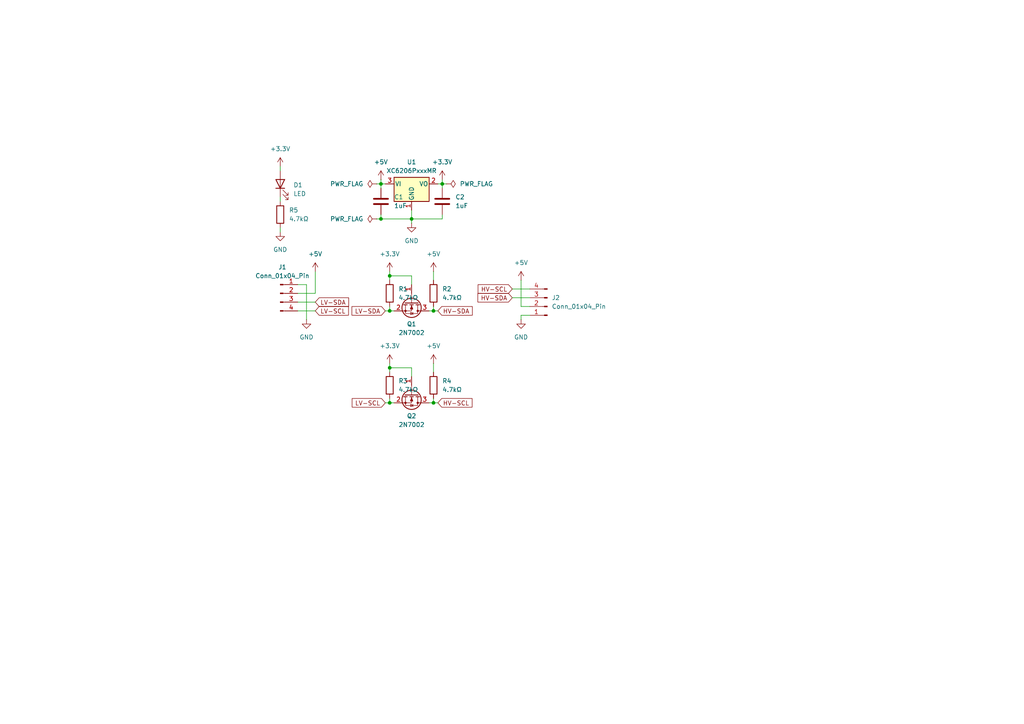
<source format=kicad_sch>
(kicad_sch
	(version 20250114)
	(generator "eeschema")
	(generator_version "9.0")
	(uuid "19864ab8-dcef-4983-bd40-d1a95e4f56e6")
	(paper "A4")
	(lib_symbols
		(symbol "Connector:Conn_01x04_Pin"
			(pin_names
				(offset 1.016)
				(hide yes)
			)
			(exclude_from_sim no)
			(in_bom yes)
			(on_board yes)
			(property "Reference" "J"
				(at 0 5.08 0)
				(effects
					(font
						(size 1.27 1.27)
					)
				)
			)
			(property "Value" "Conn_01x04_Pin"
				(at 0 -7.62 0)
				(effects
					(font
						(size 1.27 1.27)
					)
				)
			)
			(property "Footprint" ""
				(at 0 0 0)
				(effects
					(font
						(size 1.27 1.27)
					)
					(hide yes)
				)
			)
			(property "Datasheet" "~"
				(at 0 0 0)
				(effects
					(font
						(size 1.27 1.27)
					)
					(hide yes)
				)
			)
			(property "Description" "Generic connector, single row, 01x04, script generated"
				(at 0 0 0)
				(effects
					(font
						(size 1.27 1.27)
					)
					(hide yes)
				)
			)
			(property "ki_locked" ""
				(at 0 0 0)
				(effects
					(font
						(size 1.27 1.27)
					)
				)
			)
			(property "ki_keywords" "connector"
				(at 0 0 0)
				(effects
					(font
						(size 1.27 1.27)
					)
					(hide yes)
				)
			)
			(property "ki_fp_filters" "Connector*:*_1x??_*"
				(at 0 0 0)
				(effects
					(font
						(size 1.27 1.27)
					)
					(hide yes)
				)
			)
			(symbol "Conn_01x04_Pin_1_1"
				(rectangle
					(start 0.8636 2.667)
					(end 0 2.413)
					(stroke
						(width 0.1524)
						(type default)
					)
					(fill
						(type outline)
					)
				)
				(rectangle
					(start 0.8636 0.127)
					(end 0 -0.127)
					(stroke
						(width 0.1524)
						(type default)
					)
					(fill
						(type outline)
					)
				)
				(rectangle
					(start 0.8636 -2.413)
					(end 0 -2.667)
					(stroke
						(width 0.1524)
						(type default)
					)
					(fill
						(type outline)
					)
				)
				(rectangle
					(start 0.8636 -4.953)
					(end 0 -5.207)
					(stroke
						(width 0.1524)
						(type default)
					)
					(fill
						(type outline)
					)
				)
				(polyline
					(pts
						(xy 1.27 2.54) (xy 0.8636 2.54)
					)
					(stroke
						(width 0.1524)
						(type default)
					)
					(fill
						(type none)
					)
				)
				(polyline
					(pts
						(xy 1.27 0) (xy 0.8636 0)
					)
					(stroke
						(width 0.1524)
						(type default)
					)
					(fill
						(type none)
					)
				)
				(polyline
					(pts
						(xy 1.27 -2.54) (xy 0.8636 -2.54)
					)
					(stroke
						(width 0.1524)
						(type default)
					)
					(fill
						(type none)
					)
				)
				(polyline
					(pts
						(xy 1.27 -5.08) (xy 0.8636 -5.08)
					)
					(stroke
						(width 0.1524)
						(type default)
					)
					(fill
						(type none)
					)
				)
				(pin passive line
					(at 5.08 2.54 180)
					(length 3.81)
					(name "Pin_1"
						(effects
							(font
								(size 1.27 1.27)
							)
						)
					)
					(number "1"
						(effects
							(font
								(size 1.27 1.27)
							)
						)
					)
				)
				(pin passive line
					(at 5.08 0 180)
					(length 3.81)
					(name "Pin_2"
						(effects
							(font
								(size 1.27 1.27)
							)
						)
					)
					(number "2"
						(effects
							(font
								(size 1.27 1.27)
							)
						)
					)
				)
				(pin passive line
					(at 5.08 -2.54 180)
					(length 3.81)
					(name "Pin_3"
						(effects
							(font
								(size 1.27 1.27)
							)
						)
					)
					(number "3"
						(effects
							(font
								(size 1.27 1.27)
							)
						)
					)
				)
				(pin passive line
					(at 5.08 -5.08 180)
					(length 3.81)
					(name "Pin_4"
						(effects
							(font
								(size 1.27 1.27)
							)
						)
					)
					(number "4"
						(effects
							(font
								(size 1.27 1.27)
							)
						)
					)
				)
			)
			(embedded_fonts no)
		)
		(symbol "Device:C"
			(pin_numbers
				(hide yes)
			)
			(pin_names
				(offset 0.254)
			)
			(exclude_from_sim no)
			(in_bom yes)
			(on_board yes)
			(property "Reference" "C"
				(at 0.635 2.54 0)
				(effects
					(font
						(size 1.27 1.27)
					)
					(justify left)
				)
			)
			(property "Value" "C"
				(at 0.635 -2.54 0)
				(effects
					(font
						(size 1.27 1.27)
					)
					(justify left)
				)
			)
			(property "Footprint" ""
				(at 0.9652 -3.81 0)
				(effects
					(font
						(size 1.27 1.27)
					)
					(hide yes)
				)
			)
			(property "Datasheet" "~"
				(at 0 0 0)
				(effects
					(font
						(size 1.27 1.27)
					)
					(hide yes)
				)
			)
			(property "Description" "Unpolarized capacitor"
				(at 0 0 0)
				(effects
					(font
						(size 1.27 1.27)
					)
					(hide yes)
				)
			)
			(property "ki_keywords" "cap capacitor"
				(at 0 0 0)
				(effects
					(font
						(size 1.27 1.27)
					)
					(hide yes)
				)
			)
			(property "ki_fp_filters" "C_*"
				(at 0 0 0)
				(effects
					(font
						(size 1.27 1.27)
					)
					(hide yes)
				)
			)
			(symbol "C_0_1"
				(polyline
					(pts
						(xy -2.032 0.762) (xy 2.032 0.762)
					)
					(stroke
						(width 0.508)
						(type default)
					)
					(fill
						(type none)
					)
				)
				(polyline
					(pts
						(xy -2.032 -0.762) (xy 2.032 -0.762)
					)
					(stroke
						(width 0.508)
						(type default)
					)
					(fill
						(type none)
					)
				)
			)
			(symbol "C_1_1"
				(pin passive line
					(at 0 3.81 270)
					(length 2.794)
					(name "~"
						(effects
							(font
								(size 1.27 1.27)
							)
						)
					)
					(number "1"
						(effects
							(font
								(size 1.27 1.27)
							)
						)
					)
				)
				(pin passive line
					(at 0 -3.81 90)
					(length 2.794)
					(name "~"
						(effects
							(font
								(size 1.27 1.27)
							)
						)
					)
					(number "2"
						(effects
							(font
								(size 1.27 1.27)
							)
						)
					)
				)
			)
			(embedded_fonts no)
		)
		(symbol "Device:LED"
			(pin_numbers
				(hide yes)
			)
			(pin_names
				(offset 1.016)
				(hide yes)
			)
			(exclude_from_sim no)
			(in_bom yes)
			(on_board yes)
			(property "Reference" "D"
				(at 0 2.54 0)
				(effects
					(font
						(size 1.27 1.27)
					)
				)
			)
			(property "Value" "LED"
				(at 0 -2.54 0)
				(effects
					(font
						(size 1.27 1.27)
					)
				)
			)
			(property "Footprint" ""
				(at 0 0 0)
				(effects
					(font
						(size 1.27 1.27)
					)
					(hide yes)
				)
			)
			(property "Datasheet" "~"
				(at 0 0 0)
				(effects
					(font
						(size 1.27 1.27)
					)
					(hide yes)
				)
			)
			(property "Description" "Light emitting diode"
				(at 0 0 0)
				(effects
					(font
						(size 1.27 1.27)
					)
					(hide yes)
				)
			)
			(property "Sim.Pins" "1=K 2=A"
				(at 0 0 0)
				(effects
					(font
						(size 1.27 1.27)
					)
					(hide yes)
				)
			)
			(property "ki_keywords" "LED diode"
				(at 0 0 0)
				(effects
					(font
						(size 1.27 1.27)
					)
					(hide yes)
				)
			)
			(property "ki_fp_filters" "LED* LED_SMD:* LED_THT:*"
				(at 0 0 0)
				(effects
					(font
						(size 1.27 1.27)
					)
					(hide yes)
				)
			)
			(symbol "LED_0_1"
				(polyline
					(pts
						(xy -3.048 -0.762) (xy -4.572 -2.286) (xy -3.81 -2.286) (xy -4.572 -2.286) (xy -4.572 -1.524)
					)
					(stroke
						(width 0)
						(type default)
					)
					(fill
						(type none)
					)
				)
				(polyline
					(pts
						(xy -1.778 -0.762) (xy -3.302 -2.286) (xy -2.54 -2.286) (xy -3.302 -2.286) (xy -3.302 -1.524)
					)
					(stroke
						(width 0)
						(type default)
					)
					(fill
						(type none)
					)
				)
				(polyline
					(pts
						(xy -1.27 0) (xy 1.27 0)
					)
					(stroke
						(width 0)
						(type default)
					)
					(fill
						(type none)
					)
				)
				(polyline
					(pts
						(xy -1.27 -1.27) (xy -1.27 1.27)
					)
					(stroke
						(width 0.254)
						(type default)
					)
					(fill
						(type none)
					)
				)
				(polyline
					(pts
						(xy 1.27 -1.27) (xy 1.27 1.27) (xy -1.27 0) (xy 1.27 -1.27)
					)
					(stroke
						(width 0.254)
						(type default)
					)
					(fill
						(type none)
					)
				)
			)
			(symbol "LED_1_1"
				(pin passive line
					(at -3.81 0 0)
					(length 2.54)
					(name "K"
						(effects
							(font
								(size 1.27 1.27)
							)
						)
					)
					(number "1"
						(effects
							(font
								(size 1.27 1.27)
							)
						)
					)
				)
				(pin passive line
					(at 3.81 0 180)
					(length 2.54)
					(name "A"
						(effects
							(font
								(size 1.27 1.27)
							)
						)
					)
					(number "2"
						(effects
							(font
								(size 1.27 1.27)
							)
						)
					)
				)
			)
			(embedded_fonts no)
		)
		(symbol "Device:R"
			(pin_numbers
				(hide yes)
			)
			(pin_names
				(offset 0)
			)
			(exclude_from_sim no)
			(in_bom yes)
			(on_board yes)
			(property "Reference" "R"
				(at 2.032 0 90)
				(effects
					(font
						(size 1.27 1.27)
					)
				)
			)
			(property "Value" "R"
				(at 0 0 90)
				(effects
					(font
						(size 1.27 1.27)
					)
				)
			)
			(property "Footprint" ""
				(at -1.778 0 90)
				(effects
					(font
						(size 1.27 1.27)
					)
					(hide yes)
				)
			)
			(property "Datasheet" "~"
				(at 0 0 0)
				(effects
					(font
						(size 1.27 1.27)
					)
					(hide yes)
				)
			)
			(property "Description" "Resistor"
				(at 0 0 0)
				(effects
					(font
						(size 1.27 1.27)
					)
					(hide yes)
				)
			)
			(property "ki_keywords" "R res resistor"
				(at 0 0 0)
				(effects
					(font
						(size 1.27 1.27)
					)
					(hide yes)
				)
			)
			(property "ki_fp_filters" "R_*"
				(at 0 0 0)
				(effects
					(font
						(size 1.27 1.27)
					)
					(hide yes)
				)
			)
			(symbol "R_0_1"
				(rectangle
					(start -1.016 -2.54)
					(end 1.016 2.54)
					(stroke
						(width 0.254)
						(type default)
					)
					(fill
						(type none)
					)
				)
			)
			(symbol "R_1_1"
				(pin passive line
					(at 0 3.81 270)
					(length 1.27)
					(name "~"
						(effects
							(font
								(size 1.27 1.27)
							)
						)
					)
					(number "1"
						(effects
							(font
								(size 1.27 1.27)
							)
						)
					)
				)
				(pin passive line
					(at 0 -3.81 90)
					(length 1.27)
					(name "~"
						(effects
							(font
								(size 1.27 1.27)
							)
						)
					)
					(number "2"
						(effects
							(font
								(size 1.27 1.27)
							)
						)
					)
				)
			)
			(embedded_fonts no)
		)
		(symbol "Regulator_Linear:XC6206PxxxMR"
			(pin_names
				(offset 0.254)
			)
			(exclude_from_sim no)
			(in_bom yes)
			(on_board yes)
			(property "Reference" "U"
				(at -3.81 3.175 0)
				(effects
					(font
						(size 1.27 1.27)
					)
				)
			)
			(property "Value" "XC6206PxxxMR"
				(at 0 3.175 0)
				(effects
					(font
						(size 1.27 1.27)
					)
					(justify left)
				)
			)
			(property "Footprint" "Package_TO_SOT_SMD:SOT-23-3"
				(at 0 5.715 0)
				(effects
					(font
						(size 1.27 1.27)
						(italic yes)
					)
					(hide yes)
				)
			)
			(property "Datasheet" "https://www.torexsemi.com/file/xc6206/XC6206.pdf"
				(at 0 0 0)
				(effects
					(font
						(size 1.27 1.27)
					)
					(hide yes)
				)
			)
			(property "Description" "Positive 60-250mA Low Dropout Regulator, Fixed Output, SOT-23"
				(at 0 0 0)
				(effects
					(font
						(size 1.27 1.27)
					)
					(hide yes)
				)
			)
			(property "ki_keywords" "Torex LDO Voltage Regulator Fixed Positive"
				(at 0 0 0)
				(effects
					(font
						(size 1.27 1.27)
					)
					(hide yes)
				)
			)
			(property "ki_fp_filters" "SOT?23?3*"
				(at 0 0 0)
				(effects
					(font
						(size 1.27 1.27)
					)
					(hide yes)
				)
			)
			(symbol "XC6206PxxxMR_0_1"
				(rectangle
					(start -5.08 1.905)
					(end 5.08 -5.08)
					(stroke
						(width 0.254)
						(type default)
					)
					(fill
						(type background)
					)
				)
			)
			(symbol "XC6206PxxxMR_1_1"
				(pin power_in line
					(at -7.62 0 0)
					(length 2.54)
					(name "VI"
						(effects
							(font
								(size 1.27 1.27)
							)
						)
					)
					(number "3"
						(effects
							(font
								(size 1.27 1.27)
							)
						)
					)
				)
				(pin power_in line
					(at 0 -7.62 90)
					(length 2.54)
					(name "GND"
						(effects
							(font
								(size 1.27 1.27)
							)
						)
					)
					(number "1"
						(effects
							(font
								(size 1.27 1.27)
							)
						)
					)
				)
				(pin power_out line
					(at 7.62 0 180)
					(length 2.54)
					(name "VO"
						(effects
							(font
								(size 1.27 1.27)
							)
						)
					)
					(number "2"
						(effects
							(font
								(size 1.27 1.27)
							)
						)
					)
				)
			)
			(embedded_fonts no)
		)
		(symbol "Transistor_FET:2N7002"
			(pin_names
				(offset 0)
				(hide yes)
			)
			(exclude_from_sim no)
			(in_bom yes)
			(on_board yes)
			(property "Reference" "Q"
				(at 5.08 1.905 0)
				(effects
					(font
						(size 1.27 1.27)
					)
					(justify left)
				)
			)
			(property "Value" "2N7002"
				(at 5.08 0 0)
				(effects
					(font
						(size 1.27 1.27)
					)
					(justify left)
				)
			)
			(property "Footprint" "Package_TO_SOT_SMD:SOT-23"
				(at 5.08 -1.905 0)
				(effects
					(font
						(size 1.27 1.27)
						(italic yes)
					)
					(justify left)
					(hide yes)
				)
			)
			(property "Datasheet" "https://www.onsemi.com/pub/Collateral/NDS7002A-D.PDF"
				(at 5.08 -3.81 0)
				(effects
					(font
						(size 1.27 1.27)
					)
					(justify left)
					(hide yes)
				)
			)
			(property "Description" "0.115A Id, 60V Vds, N-Channel MOSFET, SOT-23"
				(at 0 0 0)
				(effects
					(font
						(size 1.27 1.27)
					)
					(hide yes)
				)
			)
			(property "ki_keywords" "N-Channel Switching MOSFET"
				(at 0 0 0)
				(effects
					(font
						(size 1.27 1.27)
					)
					(hide yes)
				)
			)
			(property "ki_fp_filters" "SOT?23*"
				(at 0 0 0)
				(effects
					(font
						(size 1.27 1.27)
					)
					(hide yes)
				)
			)
			(symbol "2N7002_0_1"
				(polyline
					(pts
						(xy 0.254 1.905) (xy 0.254 -1.905)
					)
					(stroke
						(width 0.254)
						(type default)
					)
					(fill
						(type none)
					)
				)
				(polyline
					(pts
						(xy 0.254 0) (xy -2.54 0)
					)
					(stroke
						(width 0)
						(type default)
					)
					(fill
						(type none)
					)
				)
				(polyline
					(pts
						(xy 0.762 2.286) (xy 0.762 1.27)
					)
					(stroke
						(width 0.254)
						(type default)
					)
					(fill
						(type none)
					)
				)
				(polyline
					(pts
						(xy 0.762 0.508) (xy 0.762 -0.508)
					)
					(stroke
						(width 0.254)
						(type default)
					)
					(fill
						(type none)
					)
				)
				(polyline
					(pts
						(xy 0.762 -1.27) (xy 0.762 -2.286)
					)
					(stroke
						(width 0.254)
						(type default)
					)
					(fill
						(type none)
					)
				)
				(polyline
					(pts
						(xy 0.762 -1.778) (xy 3.302 -1.778) (xy 3.302 1.778) (xy 0.762 1.778)
					)
					(stroke
						(width 0)
						(type default)
					)
					(fill
						(type none)
					)
				)
				(polyline
					(pts
						(xy 1.016 0) (xy 2.032 0.381) (xy 2.032 -0.381) (xy 1.016 0)
					)
					(stroke
						(width 0)
						(type default)
					)
					(fill
						(type outline)
					)
				)
				(circle
					(center 1.651 0)
					(radius 2.794)
					(stroke
						(width 0.254)
						(type default)
					)
					(fill
						(type none)
					)
				)
				(polyline
					(pts
						(xy 2.54 2.54) (xy 2.54 1.778)
					)
					(stroke
						(width 0)
						(type default)
					)
					(fill
						(type none)
					)
				)
				(circle
					(center 2.54 1.778)
					(radius 0.254)
					(stroke
						(width 0)
						(type default)
					)
					(fill
						(type outline)
					)
				)
				(circle
					(center 2.54 -1.778)
					(radius 0.254)
					(stroke
						(width 0)
						(type default)
					)
					(fill
						(type outline)
					)
				)
				(polyline
					(pts
						(xy 2.54 -2.54) (xy 2.54 0) (xy 0.762 0)
					)
					(stroke
						(width 0)
						(type default)
					)
					(fill
						(type none)
					)
				)
				(polyline
					(pts
						(xy 2.921 0.381) (xy 3.683 0.381)
					)
					(stroke
						(width 0)
						(type default)
					)
					(fill
						(type none)
					)
				)
				(polyline
					(pts
						(xy 3.302 0.381) (xy 2.921 -0.254) (xy 3.683 -0.254) (xy 3.302 0.381)
					)
					(stroke
						(width 0)
						(type default)
					)
					(fill
						(type none)
					)
				)
			)
			(symbol "2N7002_1_1"
				(pin input line
					(at -5.08 0 0)
					(length 2.54)
					(name "G"
						(effects
							(font
								(size 1.27 1.27)
							)
						)
					)
					(number "1"
						(effects
							(font
								(size 1.27 1.27)
							)
						)
					)
				)
				(pin passive line
					(at 2.54 5.08 270)
					(length 2.54)
					(name "D"
						(effects
							(font
								(size 1.27 1.27)
							)
						)
					)
					(number "3"
						(effects
							(font
								(size 1.27 1.27)
							)
						)
					)
				)
				(pin passive line
					(at 2.54 -5.08 90)
					(length 2.54)
					(name "S"
						(effects
							(font
								(size 1.27 1.27)
							)
						)
					)
					(number "2"
						(effects
							(font
								(size 1.27 1.27)
							)
						)
					)
				)
			)
			(embedded_fonts no)
		)
		(symbol "power:+3.3V"
			(power)
			(pin_numbers
				(hide yes)
			)
			(pin_names
				(offset 0)
				(hide yes)
			)
			(exclude_from_sim no)
			(in_bom yes)
			(on_board yes)
			(property "Reference" "#PWR"
				(at 0 -3.81 0)
				(effects
					(font
						(size 1.27 1.27)
					)
					(hide yes)
				)
			)
			(property "Value" "+3.3V"
				(at 0 3.556 0)
				(effects
					(font
						(size 1.27 1.27)
					)
				)
			)
			(property "Footprint" ""
				(at 0 0 0)
				(effects
					(font
						(size 1.27 1.27)
					)
					(hide yes)
				)
			)
			(property "Datasheet" ""
				(at 0 0 0)
				(effects
					(font
						(size 1.27 1.27)
					)
					(hide yes)
				)
			)
			(property "Description" "Power symbol creates a global label with name \"+3.3V\""
				(at 0 0 0)
				(effects
					(font
						(size 1.27 1.27)
					)
					(hide yes)
				)
			)
			(property "ki_keywords" "global power"
				(at 0 0 0)
				(effects
					(font
						(size 1.27 1.27)
					)
					(hide yes)
				)
			)
			(symbol "+3.3V_0_1"
				(polyline
					(pts
						(xy -0.762 1.27) (xy 0 2.54)
					)
					(stroke
						(width 0)
						(type default)
					)
					(fill
						(type none)
					)
				)
				(polyline
					(pts
						(xy 0 2.54) (xy 0.762 1.27)
					)
					(stroke
						(width 0)
						(type default)
					)
					(fill
						(type none)
					)
				)
				(polyline
					(pts
						(xy 0 0) (xy 0 2.54)
					)
					(stroke
						(width 0)
						(type default)
					)
					(fill
						(type none)
					)
				)
			)
			(symbol "+3.3V_1_1"
				(pin power_in line
					(at 0 0 90)
					(length 0)
					(name "~"
						(effects
							(font
								(size 1.27 1.27)
							)
						)
					)
					(number "1"
						(effects
							(font
								(size 1.27 1.27)
							)
						)
					)
				)
			)
			(embedded_fonts no)
		)
		(symbol "power:+5V"
			(power)
			(pin_numbers
				(hide yes)
			)
			(pin_names
				(offset 0)
				(hide yes)
			)
			(exclude_from_sim no)
			(in_bom yes)
			(on_board yes)
			(property "Reference" "#PWR"
				(at 0 -3.81 0)
				(effects
					(font
						(size 1.27 1.27)
					)
					(hide yes)
				)
			)
			(property "Value" "+5V"
				(at 0 3.556 0)
				(effects
					(font
						(size 1.27 1.27)
					)
				)
			)
			(property "Footprint" ""
				(at 0 0 0)
				(effects
					(font
						(size 1.27 1.27)
					)
					(hide yes)
				)
			)
			(property "Datasheet" ""
				(at 0 0 0)
				(effects
					(font
						(size 1.27 1.27)
					)
					(hide yes)
				)
			)
			(property "Description" "Power symbol creates a global label with name \"+5V\""
				(at 0 0 0)
				(effects
					(font
						(size 1.27 1.27)
					)
					(hide yes)
				)
			)
			(property "ki_keywords" "global power"
				(at 0 0 0)
				(effects
					(font
						(size 1.27 1.27)
					)
					(hide yes)
				)
			)
			(symbol "+5V_0_1"
				(polyline
					(pts
						(xy -0.762 1.27) (xy 0 2.54)
					)
					(stroke
						(width 0)
						(type default)
					)
					(fill
						(type none)
					)
				)
				(polyline
					(pts
						(xy 0 2.54) (xy 0.762 1.27)
					)
					(stroke
						(width 0)
						(type default)
					)
					(fill
						(type none)
					)
				)
				(polyline
					(pts
						(xy 0 0) (xy 0 2.54)
					)
					(stroke
						(width 0)
						(type default)
					)
					(fill
						(type none)
					)
				)
			)
			(symbol "+5V_1_1"
				(pin power_in line
					(at 0 0 90)
					(length 0)
					(name "~"
						(effects
							(font
								(size 1.27 1.27)
							)
						)
					)
					(number "1"
						(effects
							(font
								(size 1.27 1.27)
							)
						)
					)
				)
			)
			(embedded_fonts no)
		)
		(symbol "power:GND"
			(power)
			(pin_numbers
				(hide yes)
			)
			(pin_names
				(offset 0)
				(hide yes)
			)
			(exclude_from_sim no)
			(in_bom yes)
			(on_board yes)
			(property "Reference" "#PWR"
				(at 0 -6.35 0)
				(effects
					(font
						(size 1.27 1.27)
					)
					(hide yes)
				)
			)
			(property "Value" "GND"
				(at 0 -3.81 0)
				(effects
					(font
						(size 1.27 1.27)
					)
				)
			)
			(property "Footprint" ""
				(at 0 0 0)
				(effects
					(font
						(size 1.27 1.27)
					)
					(hide yes)
				)
			)
			(property "Datasheet" ""
				(at 0 0 0)
				(effects
					(font
						(size 1.27 1.27)
					)
					(hide yes)
				)
			)
			(property "Description" "Power symbol creates a global label with name \"GND\" , ground"
				(at 0 0 0)
				(effects
					(font
						(size 1.27 1.27)
					)
					(hide yes)
				)
			)
			(property "ki_keywords" "global power"
				(at 0 0 0)
				(effects
					(font
						(size 1.27 1.27)
					)
					(hide yes)
				)
			)
			(symbol "GND_0_1"
				(polyline
					(pts
						(xy 0 0) (xy 0 -1.27) (xy 1.27 -1.27) (xy 0 -2.54) (xy -1.27 -1.27) (xy 0 -1.27)
					)
					(stroke
						(width 0)
						(type default)
					)
					(fill
						(type none)
					)
				)
			)
			(symbol "GND_1_1"
				(pin power_in line
					(at 0 0 270)
					(length 0)
					(name "~"
						(effects
							(font
								(size 1.27 1.27)
							)
						)
					)
					(number "1"
						(effects
							(font
								(size 1.27 1.27)
							)
						)
					)
				)
			)
			(embedded_fonts no)
		)
		(symbol "power:PWR_FLAG"
			(power)
			(pin_numbers
				(hide yes)
			)
			(pin_names
				(offset 0)
				(hide yes)
			)
			(exclude_from_sim no)
			(in_bom yes)
			(on_board yes)
			(property "Reference" "#FLG"
				(at 0 1.905 0)
				(effects
					(font
						(size 1.27 1.27)
					)
					(hide yes)
				)
			)
			(property "Value" "PWR_FLAG"
				(at 0 3.81 0)
				(effects
					(font
						(size 1.27 1.27)
					)
				)
			)
			(property "Footprint" ""
				(at 0 0 0)
				(effects
					(font
						(size 1.27 1.27)
					)
					(hide yes)
				)
			)
			(property "Datasheet" "~"
				(at 0 0 0)
				(effects
					(font
						(size 1.27 1.27)
					)
					(hide yes)
				)
			)
			(property "Description" "Special symbol for telling ERC where power comes from"
				(at 0 0 0)
				(effects
					(font
						(size 1.27 1.27)
					)
					(hide yes)
				)
			)
			(property "ki_keywords" "flag power"
				(at 0 0 0)
				(effects
					(font
						(size 1.27 1.27)
					)
					(hide yes)
				)
			)
			(symbol "PWR_FLAG_0_0"
				(pin power_out line
					(at 0 0 90)
					(length 0)
					(name "~"
						(effects
							(font
								(size 1.27 1.27)
							)
						)
					)
					(number "1"
						(effects
							(font
								(size 1.27 1.27)
							)
						)
					)
				)
			)
			(symbol "PWR_FLAG_0_1"
				(polyline
					(pts
						(xy 0 0) (xy 0 1.27) (xy -1.016 1.905) (xy 0 2.54) (xy 1.016 1.905) (xy 0 1.27)
					)
					(stroke
						(width 0)
						(type default)
					)
					(fill
						(type none)
					)
				)
			)
			(embedded_fonts no)
		)
	)
	(junction
		(at 128.27 53.34)
		(diameter 0)
		(color 0 0 0 0)
		(uuid "03e3b264-f58a-4578-9ace-8ca806826024")
	)
	(junction
		(at 110.49 53.34)
		(diameter 0)
		(color 0 0 0 0)
		(uuid "140a5551-dced-4fe1-a6f6-46506c3e1871")
	)
	(junction
		(at 113.03 90.17)
		(diameter 0)
		(color 0 0 0 0)
		(uuid "33e7b91b-9f0d-437f-915d-fdb277f8cb64")
	)
	(junction
		(at 113.03 80.01)
		(diameter 0)
		(color 0 0 0 0)
		(uuid "45f4eb6e-2827-4239-a015-78884dfff4f1")
	)
	(junction
		(at 113.03 106.68)
		(diameter 0)
		(color 0 0 0 0)
		(uuid "8f77781e-d3f9-42a5-a033-6489174eba3e")
	)
	(junction
		(at 119.38 63.5)
		(diameter 0)
		(color 0 0 0 0)
		(uuid "8ffc4793-92c0-4b04-adbb-4304dfda9692")
	)
	(junction
		(at 110.49 63.5)
		(diameter 0)
		(color 0 0 0 0)
		(uuid "b30facbc-d66e-4364-826d-6ba3a211b1b5")
	)
	(junction
		(at 113.03 116.84)
		(diameter 0)
		(color 0 0 0 0)
		(uuid "b975c835-bf2a-4083-b4ca-63e582f65c87")
	)
	(junction
		(at 125.73 90.17)
		(diameter 0)
		(color 0 0 0 0)
		(uuid "bfebebc3-8066-479f-9c11-383c714a932f")
	)
	(junction
		(at 125.73 116.84)
		(diameter 0)
		(color 0 0 0 0)
		(uuid "f3d3567f-8e05-4928-8b14-b78f4e08c833")
	)
	(wire
		(pts
			(xy 125.73 116.84) (xy 125.73 115.57)
		)
		(stroke
			(width 0)
			(type default)
		)
		(uuid "02b491bf-c724-4788-993c-b75ff3b4ee54")
	)
	(wire
		(pts
			(xy 125.73 90.17) (xy 127 90.17)
		)
		(stroke
			(width 0)
			(type default)
		)
		(uuid "0d22e322-36c4-4ba0-b285-50034c1e532d")
	)
	(wire
		(pts
			(xy 128.27 52.07) (xy 128.27 53.34)
		)
		(stroke
			(width 0)
			(type default)
		)
		(uuid "0f014eea-935f-4d36-b86c-cd762c58de94")
	)
	(wire
		(pts
			(xy 114.3 90.17) (xy 113.03 90.17)
		)
		(stroke
			(width 0)
			(type default)
		)
		(uuid "158c6823-e49b-482c-ad43-b04a58895c00")
	)
	(wire
		(pts
			(xy 86.36 82.55) (xy 88.9 82.55)
		)
		(stroke
			(width 0)
			(type default)
		)
		(uuid "18420a46-65e6-4149-a7f6-133fe02566e0")
	)
	(wire
		(pts
			(xy 114.3 116.84) (xy 113.03 116.84)
		)
		(stroke
			(width 0)
			(type default)
		)
		(uuid "21572af3-5b36-4eb9-bfcc-5aeb6ab49679")
	)
	(wire
		(pts
			(xy 81.28 66.04) (xy 81.28 67.31)
		)
		(stroke
			(width 0)
			(type default)
		)
		(uuid "293e2cd8-3706-4354-bdc3-986443eac990")
	)
	(wire
		(pts
			(xy 113.03 116.84) (xy 113.03 115.57)
		)
		(stroke
			(width 0)
			(type default)
		)
		(uuid "338908d1-8e6a-4f74-85df-27e77a0a7000")
	)
	(wire
		(pts
			(xy 113.03 78.74) (xy 113.03 80.01)
		)
		(stroke
			(width 0)
			(type default)
		)
		(uuid "33bbcadb-444d-4301-b5c7-944970d8144a")
	)
	(wire
		(pts
			(xy 153.67 88.9) (xy 151.13 88.9)
		)
		(stroke
			(width 0)
			(type default)
		)
		(uuid "34e1ea62-4880-49da-a7a0-ded13311669f")
	)
	(wire
		(pts
			(xy 125.73 105.41) (xy 125.73 107.95)
		)
		(stroke
			(width 0)
			(type default)
		)
		(uuid "38b07623-1d56-479b-b5e2-b969d8e2c43c")
	)
	(wire
		(pts
			(xy 111.76 90.17) (xy 113.03 90.17)
		)
		(stroke
			(width 0)
			(type default)
		)
		(uuid "40cb66bb-a9f2-48bb-9e54-e2bfcc052865")
	)
	(wire
		(pts
			(xy 113.03 106.68) (xy 113.03 107.95)
		)
		(stroke
			(width 0)
			(type default)
		)
		(uuid "437d4541-1466-4ba1-afe8-726c3a1dce67")
	)
	(wire
		(pts
			(xy 119.38 109.22) (xy 119.38 106.68)
		)
		(stroke
			(width 0)
			(type default)
		)
		(uuid "451b56d5-f0df-4a34-8c4d-31ff11e4e441")
	)
	(wire
		(pts
			(xy 86.36 85.09) (xy 91.44 85.09)
		)
		(stroke
			(width 0)
			(type default)
		)
		(uuid "47f17c93-96c6-4c08-91b8-8bfd2d262ee2")
	)
	(wire
		(pts
			(xy 153.67 91.44) (xy 151.13 91.44)
		)
		(stroke
			(width 0)
			(type default)
		)
		(uuid "52df6b74-c700-4581-ac3c-859f02e775e5")
	)
	(wire
		(pts
			(xy 151.13 91.44) (xy 151.13 92.71)
		)
		(stroke
			(width 0)
			(type default)
		)
		(uuid "5958164a-59db-444c-b3e6-63e7962d3061")
	)
	(wire
		(pts
			(xy 128.27 62.23) (xy 128.27 63.5)
		)
		(stroke
			(width 0)
			(type default)
		)
		(uuid "5e884cb8-bbf7-4e51-a91f-1e0510f8c73e")
	)
	(wire
		(pts
			(xy 119.38 60.96) (xy 119.38 63.5)
		)
		(stroke
			(width 0)
			(type default)
		)
		(uuid "68b7e800-2f22-4150-92d2-3c95954a982b")
	)
	(wire
		(pts
			(xy 88.9 82.55) (xy 88.9 92.71)
		)
		(stroke
			(width 0)
			(type default)
		)
		(uuid "6f00f784-a511-4bd6-b7c5-729d6d8db999")
	)
	(wire
		(pts
			(xy 86.36 87.63) (xy 91.44 87.63)
		)
		(stroke
			(width 0)
			(type default)
		)
		(uuid "7192009e-2e92-4cd3-b3b7-b3d4b85d5d5e")
	)
	(wire
		(pts
			(xy 148.59 83.82) (xy 153.67 83.82)
		)
		(stroke
			(width 0)
			(type default)
		)
		(uuid "7996be7c-9359-4583-9a52-ccc78e5d09ea")
	)
	(wire
		(pts
			(xy 113.03 90.17) (xy 113.03 88.9)
		)
		(stroke
			(width 0)
			(type default)
		)
		(uuid "7a57e4eb-fdc6-4335-ae5a-e07ddcdcc2b9")
	)
	(wire
		(pts
			(xy 81.28 48.26) (xy 81.28 49.53)
		)
		(stroke
			(width 0)
			(type default)
		)
		(uuid "7e757d91-b80b-42e8-81e1-8323efc096af")
	)
	(wire
		(pts
			(xy 119.38 80.01) (xy 113.03 80.01)
		)
		(stroke
			(width 0)
			(type default)
		)
		(uuid "83d5ee93-a54e-465a-af86-55a00790e14d")
	)
	(wire
		(pts
			(xy 128.27 53.34) (xy 127 53.34)
		)
		(stroke
			(width 0)
			(type default)
		)
		(uuid "8977180a-f731-47ce-9302-7377b7987afa")
	)
	(wire
		(pts
			(xy 119.38 82.55) (xy 119.38 80.01)
		)
		(stroke
			(width 0)
			(type default)
		)
		(uuid "8b9262f4-3044-4e23-96f3-210ae32d97c9")
	)
	(wire
		(pts
			(xy 128.27 53.34) (xy 128.27 54.61)
		)
		(stroke
			(width 0)
			(type default)
		)
		(uuid "94c724ab-ecd5-4a64-a011-46e33b8402f0")
	)
	(wire
		(pts
			(xy 109.22 53.34) (xy 110.49 53.34)
		)
		(stroke
			(width 0)
			(type default)
		)
		(uuid "99327f77-fee1-473b-8903-2c7507142c72")
	)
	(wire
		(pts
			(xy 110.49 53.34) (xy 110.49 54.61)
		)
		(stroke
			(width 0)
			(type default)
		)
		(uuid "997715fc-4025-4270-8c2c-f9a3d8d8abbd")
	)
	(wire
		(pts
			(xy 151.13 81.28) (xy 151.13 88.9)
		)
		(stroke
			(width 0)
			(type default)
		)
		(uuid "9f17ddd2-0442-4b3d-8bdb-cd189ccfad53")
	)
	(wire
		(pts
			(xy 119.38 106.68) (xy 113.03 106.68)
		)
		(stroke
			(width 0)
			(type default)
		)
		(uuid "a34ee145-2ace-49cd-97c3-0cb34b6613ba")
	)
	(wire
		(pts
			(xy 110.49 52.07) (xy 110.49 53.34)
		)
		(stroke
			(width 0)
			(type default)
		)
		(uuid "b66d20c5-0d47-4f9d-9362-51ca338e0ff6")
	)
	(wire
		(pts
			(xy 129.54 53.34) (xy 128.27 53.34)
		)
		(stroke
			(width 0)
			(type default)
		)
		(uuid "bc50f69e-19ee-4ca7-bb12-27215aaba510")
	)
	(wire
		(pts
			(xy 110.49 53.34) (xy 111.76 53.34)
		)
		(stroke
			(width 0)
			(type default)
		)
		(uuid "c0462fd3-96b5-48ca-9b3e-4fe12d53f6c8")
	)
	(wire
		(pts
			(xy 124.46 90.17) (xy 125.73 90.17)
		)
		(stroke
			(width 0)
			(type default)
		)
		(uuid "c1b47816-77b0-4139-a697-dd12759d7453")
	)
	(wire
		(pts
			(xy 119.38 63.5) (xy 128.27 63.5)
		)
		(stroke
			(width 0)
			(type default)
		)
		(uuid "c3bc7491-7fae-4bec-845f-cb6949160b21")
	)
	(wire
		(pts
			(xy 148.59 86.36) (xy 153.67 86.36)
		)
		(stroke
			(width 0)
			(type default)
		)
		(uuid "caa899ff-c5dc-4612-8d1a-9ec670462344")
	)
	(wire
		(pts
			(xy 91.44 78.74) (xy 91.44 85.09)
		)
		(stroke
			(width 0)
			(type default)
		)
		(uuid "cf556935-4a97-48c2-a978-0a96bd5f50b0")
	)
	(wire
		(pts
			(xy 86.36 90.17) (xy 91.44 90.17)
		)
		(stroke
			(width 0)
			(type default)
		)
		(uuid "cf8b0ea5-56c9-43d8-a19a-17857035d431")
	)
	(wire
		(pts
			(xy 109.22 63.5) (xy 110.49 63.5)
		)
		(stroke
			(width 0)
			(type default)
		)
		(uuid "d87d9b55-6ecf-48b0-9956-22c16ac8ed44")
	)
	(wire
		(pts
			(xy 119.38 64.77) (xy 119.38 63.5)
		)
		(stroke
			(width 0)
			(type default)
		)
		(uuid "da295660-110a-4972-941e-cdd42de28aef")
	)
	(wire
		(pts
			(xy 110.49 62.23) (xy 110.49 63.5)
		)
		(stroke
			(width 0)
			(type default)
		)
		(uuid "e2ba9871-1cd6-40ad-9b89-b694ec1ce1d1")
	)
	(wire
		(pts
			(xy 125.73 90.17) (xy 125.73 88.9)
		)
		(stroke
			(width 0)
			(type default)
		)
		(uuid "e6e32198-76e6-472e-b907-2b632c80eb8a")
	)
	(wire
		(pts
			(xy 113.03 105.41) (xy 113.03 106.68)
		)
		(stroke
			(width 0)
			(type default)
		)
		(uuid "e7f58fb4-9fe7-4561-b56b-3087a151a3f1")
	)
	(wire
		(pts
			(xy 111.76 116.84) (xy 113.03 116.84)
		)
		(stroke
			(width 0)
			(type default)
		)
		(uuid "f06892f6-3fe7-455d-9ad3-ea955e268295")
	)
	(wire
		(pts
			(xy 110.49 63.5) (xy 119.38 63.5)
		)
		(stroke
			(width 0)
			(type default)
		)
		(uuid "f97f6273-af99-4e8d-bd1b-953a85d5aab5")
	)
	(wire
		(pts
			(xy 81.28 58.42) (xy 81.28 57.15)
		)
		(stroke
			(width 0)
			(type default)
		)
		(uuid "fa06661d-fdb6-4a07-9aa0-27cf3720507f")
	)
	(wire
		(pts
			(xy 113.03 80.01) (xy 113.03 81.28)
		)
		(stroke
			(width 0)
			(type default)
		)
		(uuid "fe46bd14-8764-4cc4-81c5-0945255c2e63")
	)
	(wire
		(pts
			(xy 125.73 78.74) (xy 125.73 81.28)
		)
		(stroke
			(width 0)
			(type default)
		)
		(uuid "fe5d2081-f00e-45a6-ab57-05a540d69dac")
	)
	(wire
		(pts
			(xy 125.73 116.84) (xy 127 116.84)
		)
		(stroke
			(width 0)
			(type default)
		)
		(uuid "ff4f0b34-7bf7-45a8-9639-0fd30258c31a")
	)
	(wire
		(pts
			(xy 124.46 116.84) (xy 125.73 116.84)
		)
		(stroke
			(width 0)
			(type default)
		)
		(uuid "ff57a15e-f0c7-44cc-a516-5e1a36bca275")
	)
	(global_label "HV-SDA"
		(shape input)
		(at 127 90.17 0)
		(fields_autoplaced yes)
		(effects
			(font
				(size 1.27 1.27)
			)
			(justify left)
		)
		(uuid "0febd3ac-1b67-4683-8c4f-99a1d3a6a482")
		(property "Intersheetrefs" "${INTERSHEET_REFS}"
			(at 137.5448 90.17 0)
			(effects
				(font
					(size 1.27 1.27)
				)
				(justify left)
				(hide yes)
			)
		)
	)
	(global_label "LV-SCL"
		(shape input)
		(at 91.44 90.17 0)
		(fields_autoplaced yes)
		(effects
			(font
				(size 1.27 1.27)
			)
			(justify left)
		)
		(uuid "2144cbdd-98b7-44e2-9c72-3274b6e7ac60")
		(property "Intersheetrefs" "${INTERSHEET_REFS}"
			(at 101.6219 90.17 0)
			(effects
				(font
					(size 1.27 1.27)
				)
				(justify left)
				(hide yes)
			)
		)
	)
	(global_label "HV-SCL"
		(shape input)
		(at 127 116.84 0)
		(fields_autoplaced yes)
		(effects
			(font
				(size 1.27 1.27)
			)
			(justify left)
		)
		(uuid "244e0420-7d1f-4df9-8046-c46bde66b0b5")
		(property "Intersheetrefs" "${INTERSHEET_REFS}"
			(at 137.4843 116.84 0)
			(effects
				(font
					(size 1.27 1.27)
				)
				(justify left)
				(hide yes)
			)
		)
	)
	(global_label "HV-SCL"
		(shape input)
		(at 148.59 83.82 180)
		(fields_autoplaced yes)
		(effects
			(font
				(size 1.27 1.27)
			)
			(justify right)
		)
		(uuid "acb08ed9-ce32-4288-b51c-c52b292e8a5b")
		(property "Intersheetrefs" "${INTERSHEET_REFS}"
			(at 138.1057 83.82 0)
			(effects
				(font
					(size 1.27 1.27)
				)
				(justify right)
				(hide yes)
			)
		)
	)
	(global_label "LV-SDA"
		(shape input)
		(at 111.76 90.17 180)
		(fields_autoplaced yes)
		(effects
			(font
				(size 1.27 1.27)
			)
			(justify right)
		)
		(uuid "d484c9c8-1cae-45ad-87e2-00752e2667a7")
		(property "Intersheetrefs" "${INTERSHEET_REFS}"
			(at 101.5176 90.17 0)
			(effects
				(font
					(size 1.27 1.27)
				)
				(justify right)
				(hide yes)
			)
		)
	)
	(global_label "LV-SCL"
		(shape input)
		(at 111.76 116.84 180)
		(fields_autoplaced yes)
		(effects
			(font
				(size 1.27 1.27)
			)
			(justify right)
		)
		(uuid "e83b80ba-ebc5-4788-9eb5-b48481f1427e")
		(property "Intersheetrefs" "${INTERSHEET_REFS}"
			(at 101.5781 116.84 0)
			(effects
				(font
					(size 1.27 1.27)
				)
				(justify right)
				(hide yes)
			)
		)
	)
	(global_label "LV-SDA"
		(shape input)
		(at 91.44 87.63 0)
		(fields_autoplaced yes)
		(effects
			(font
				(size 1.27 1.27)
			)
			(justify left)
		)
		(uuid "e8db87e8-960b-4264-877c-2983015b058c")
		(property "Intersheetrefs" "${INTERSHEET_REFS}"
			(at 101.6824 87.63 0)
			(effects
				(font
					(size 1.27 1.27)
				)
				(justify left)
				(hide yes)
			)
		)
	)
	(global_label "HV-SDA"
		(shape input)
		(at 148.59 86.36 180)
		(fields_autoplaced yes)
		(effects
			(font
				(size 1.27 1.27)
			)
			(justify right)
		)
		(uuid "f32cd88f-dea4-4ef1-b67f-24ab99e1653e")
		(property "Intersheetrefs" "${INTERSHEET_REFS}"
			(at 138.0452 86.36 0)
			(effects
				(font
					(size 1.27 1.27)
				)
				(justify right)
				(hide yes)
			)
		)
	)
	(symbol
		(lib_id "power:+5V")
		(at 125.73 78.74 0)
		(unit 1)
		(exclude_from_sim no)
		(in_bom yes)
		(on_board yes)
		(dnp no)
		(fields_autoplaced yes)
		(uuid "04cc381f-6c2d-47e5-a162-0a88fb7ec4fa")
		(property "Reference" "#PWR07"
			(at 125.73 82.55 0)
			(effects
				(font
					(size 1.27 1.27)
				)
				(hide yes)
			)
		)
		(property "Value" "+5V"
			(at 125.73 73.66 0)
			(effects
				(font
					(size 1.27 1.27)
				)
			)
		)
		(property "Footprint" ""
			(at 125.73 78.74 0)
			(effects
				(font
					(size 1.27 1.27)
				)
				(hide yes)
			)
		)
		(property "Datasheet" ""
			(at 125.73 78.74 0)
			(effects
				(font
					(size 1.27 1.27)
				)
				(hide yes)
			)
		)
		(property "Description" "Power symbol creates a global label with name \"+5V\""
			(at 125.73 78.74 0)
			(effects
				(font
					(size 1.27 1.27)
				)
				(hide yes)
			)
		)
		(pin "1"
			(uuid "1a992b80-4f7b-46d7-b680-dd61e43bb381")
		)
		(instances
			(project "UnitLevelShift"
				(path "/19864ab8-dcef-4983-bd40-d1a95e4f56e6"
					(reference "#PWR07")
					(unit 1)
				)
			)
		)
	)
	(symbol
		(lib_id "power:PWR_FLAG")
		(at 109.22 63.5 90)
		(unit 1)
		(exclude_from_sim no)
		(in_bom yes)
		(on_board yes)
		(dnp no)
		(fields_autoplaced yes)
		(uuid "11928cea-65f6-47c6-bac6-f833c8f360d5")
		(property "Reference" "#FLG03"
			(at 107.315 63.5 0)
			(effects
				(font
					(size 1.27 1.27)
				)
				(hide yes)
			)
		)
		(property "Value" "PWR_FLAG"
			(at 105.41 63.4999 90)
			(effects
				(font
					(size 1.27 1.27)
				)
				(justify left)
			)
		)
		(property "Footprint" ""
			(at 109.22 63.5 0)
			(effects
				(font
					(size 1.27 1.27)
				)
				(hide yes)
			)
		)
		(property "Datasheet" "~"
			(at 109.22 63.5 0)
			(effects
				(font
					(size 1.27 1.27)
				)
				(hide yes)
			)
		)
		(property "Description" "Special symbol for telling ERC where power comes from"
			(at 109.22 63.5 0)
			(effects
				(font
					(size 1.27 1.27)
				)
				(hide yes)
			)
		)
		(pin "1"
			(uuid "79ecda86-fdf4-495a-b404-1b4288806653")
		)
		(instances
			(project "UnitLevelShift"
				(path "/19864ab8-dcef-4983-bd40-d1a95e4f56e6"
					(reference "#FLG03")
					(unit 1)
				)
			)
		)
	)
	(symbol
		(lib_id "power:PWR_FLAG")
		(at 109.22 53.34 90)
		(unit 1)
		(exclude_from_sim no)
		(in_bom yes)
		(on_board yes)
		(dnp no)
		(fields_autoplaced yes)
		(uuid "1220c2ba-920a-4f45-bb6b-0bc955d176cd")
		(property "Reference" "#FLG02"
			(at 107.315 53.34 0)
			(effects
				(font
					(size 1.27 1.27)
				)
				(hide yes)
			)
		)
		(property "Value" "PWR_FLAG"
			(at 105.41 53.3399 90)
			(effects
				(font
					(size 1.27 1.27)
				)
				(justify left)
			)
		)
		(property "Footprint" ""
			(at 109.22 53.34 0)
			(effects
				(font
					(size 1.27 1.27)
				)
				(hide yes)
			)
		)
		(property "Datasheet" "~"
			(at 109.22 53.34 0)
			(effects
				(font
					(size 1.27 1.27)
				)
				(hide yes)
			)
		)
		(property "Description" "Special symbol for telling ERC where power comes from"
			(at 109.22 53.34 0)
			(effects
				(font
					(size 1.27 1.27)
				)
				(hide yes)
			)
		)
		(pin "1"
			(uuid "3bcf1a87-0575-4a0e-a57d-9d43f4da14ec")
		)
		(instances
			(project "UnitLevelShift"
				(path "/19864ab8-dcef-4983-bd40-d1a95e4f56e6"
					(reference "#FLG02")
					(unit 1)
				)
			)
		)
	)
	(symbol
		(lib_id "power:+3.3V")
		(at 113.03 78.74 0)
		(unit 1)
		(exclude_from_sim no)
		(in_bom yes)
		(on_board yes)
		(dnp no)
		(fields_autoplaced yes)
		(uuid "19d20b05-e5c9-445a-8c58-f662ed8c1c62")
		(property "Reference" "#PWR06"
			(at 113.03 82.55 0)
			(effects
				(font
					(size 1.27 1.27)
				)
				(hide yes)
			)
		)
		(property "Value" "+3.3V"
			(at 113.03 73.66 0)
			(effects
				(font
					(size 1.27 1.27)
				)
			)
		)
		(property "Footprint" ""
			(at 113.03 78.74 0)
			(effects
				(font
					(size 1.27 1.27)
				)
				(hide yes)
			)
		)
		(property "Datasheet" ""
			(at 113.03 78.74 0)
			(effects
				(font
					(size 1.27 1.27)
				)
				(hide yes)
			)
		)
		(property "Description" "Power symbol creates a global label with name \"+3.3V\""
			(at 113.03 78.74 0)
			(effects
				(font
					(size 1.27 1.27)
				)
				(hide yes)
			)
		)
		(pin "1"
			(uuid "77448eaf-4502-4990-bb69-79879532b3ba")
		)
		(instances
			(project "UnitLevelShift"
				(path "/19864ab8-dcef-4983-bd40-d1a95e4f56e6"
					(reference "#PWR06")
					(unit 1)
				)
			)
		)
	)
	(symbol
		(lib_id "Device:R")
		(at 113.03 111.76 0)
		(unit 1)
		(exclude_from_sim no)
		(in_bom yes)
		(on_board yes)
		(dnp no)
		(fields_autoplaced yes)
		(uuid "20bea74f-0033-4abe-9630-01fd902fd786")
		(property "Reference" "R3"
			(at 115.57 110.4899 0)
			(effects
				(font
					(size 1.27 1.27)
				)
				(justify left)
			)
		)
		(property "Value" "4.7kΩ"
			(at 115.57 113.0299 0)
			(effects
				(font
					(size 1.27 1.27)
				)
				(justify left)
			)
		)
		(property "Footprint" "Resistor_SMD:R_0402_1005Metric"
			(at 111.252 111.76 90)
			(effects
				(font
					(size 1.27 1.27)
				)
				(hide yes)
			)
		)
		(property "Datasheet" "~"
			(at 113.03 111.76 0)
			(effects
				(font
					(size 1.27 1.27)
				)
				(hide yes)
			)
		)
		(property "Description" "Resistor"
			(at 113.03 111.76 0)
			(effects
				(font
					(size 1.27 1.27)
				)
				(hide yes)
			)
		)
		(pin "1"
			(uuid "2b984809-7011-4ca7-8f3a-2ab573549484")
		)
		(pin "2"
			(uuid "c82897c8-aad5-45fa-a752-636b6a03d630")
		)
		(instances
			(project "UnitLevelShift"
				(path "/19864ab8-dcef-4983-bd40-d1a95e4f56e6"
					(reference "R3")
					(unit 1)
				)
			)
		)
	)
	(symbol
		(lib_id "power:+5V")
		(at 125.73 105.41 0)
		(unit 1)
		(exclude_from_sim no)
		(in_bom yes)
		(on_board yes)
		(dnp no)
		(fields_autoplaced yes)
		(uuid "276cbbd0-e002-410b-bf20-c025fe4961b2")
		(property "Reference" "#PWR09"
			(at 125.73 109.22 0)
			(effects
				(font
					(size 1.27 1.27)
				)
				(hide yes)
			)
		)
		(property "Value" "+5V"
			(at 125.73 100.33 0)
			(effects
				(font
					(size 1.27 1.27)
				)
			)
		)
		(property "Footprint" ""
			(at 125.73 105.41 0)
			(effects
				(font
					(size 1.27 1.27)
				)
				(hide yes)
			)
		)
		(property "Datasheet" ""
			(at 125.73 105.41 0)
			(effects
				(font
					(size 1.27 1.27)
				)
				(hide yes)
			)
		)
		(property "Description" "Power symbol creates a global label with name \"+5V\""
			(at 125.73 105.41 0)
			(effects
				(font
					(size 1.27 1.27)
				)
				(hide yes)
			)
		)
		(pin "1"
			(uuid "ccb1df5a-cb13-4cac-8084-72980c1959d4")
		)
		(instances
			(project "UnitLevelShift"
				(path "/19864ab8-dcef-4983-bd40-d1a95e4f56e6"
					(reference "#PWR09")
					(unit 1)
				)
			)
		)
	)
	(symbol
		(lib_id "power:+5V")
		(at 110.49 52.07 0)
		(unit 1)
		(exclude_from_sim no)
		(in_bom yes)
		(on_board yes)
		(dnp no)
		(fields_autoplaced yes)
		(uuid "3eb2dc57-1eea-489e-b2f3-18c909011973")
		(property "Reference" "#PWR04"
			(at 110.49 55.88 0)
			(effects
				(font
					(size 1.27 1.27)
				)
				(hide yes)
			)
		)
		(property "Value" "+5V"
			(at 110.49 46.99 0)
			(effects
				(font
					(size 1.27 1.27)
				)
			)
		)
		(property "Footprint" ""
			(at 110.49 52.07 0)
			(effects
				(font
					(size 1.27 1.27)
				)
				(hide yes)
			)
		)
		(property "Datasheet" ""
			(at 110.49 52.07 0)
			(effects
				(font
					(size 1.27 1.27)
				)
				(hide yes)
			)
		)
		(property "Description" "Power symbol creates a global label with name \"+5V\""
			(at 110.49 52.07 0)
			(effects
				(font
					(size 1.27 1.27)
				)
				(hide yes)
			)
		)
		(pin "1"
			(uuid "c5c5175d-25d1-4bb8-94fb-8ca1fc261382")
		)
		(instances
			(project "UnitLevelShift"
				(path "/19864ab8-dcef-4983-bd40-d1a95e4f56e6"
					(reference "#PWR04")
					(unit 1)
				)
			)
		)
	)
	(symbol
		(lib_id "Device:LED")
		(at 81.28 53.34 90)
		(unit 1)
		(exclude_from_sim no)
		(in_bom yes)
		(on_board yes)
		(dnp no)
		(uuid "4fd29bcc-882f-456a-a4bc-ea9703a4698a")
		(property "Reference" "D1"
			(at 85.09 53.6574 90)
			(effects
				(font
					(size 1.27 1.27)
				)
				(justify right)
			)
		)
		(property "Value" "LED"
			(at 85.09 56.1974 90)
			(effects
				(font
					(size 1.27 1.27)
				)
				(justify right)
			)
		)
		(property "Footprint" "LED_SMD:LED_0603_1608Metric"
			(at 81.28 53.34 0)
			(effects
				(font
					(size 1.27 1.27)
				)
				(hide yes)
			)
		)
		(property "Datasheet" "~"
			(at 81.28 53.34 0)
			(effects
				(font
					(size 1.27 1.27)
				)
				(hide yes)
			)
		)
		(property "Description" "Light emitting diode"
			(at 81.28 53.34 0)
			(effects
				(font
					(size 1.27 1.27)
				)
				(hide yes)
			)
		)
		(property "Sim.Pins" "1=K 2=A"
			(at 81.28 53.34 0)
			(effects
				(font
					(size 1.27 1.27)
				)
				(hide yes)
			)
		)
		(pin "1"
			(uuid "172ea3a5-68b8-43cf-9520-5a406f1e8889")
		)
		(pin "2"
			(uuid "94fc84b2-b66e-466f-834d-1e1249dd72f2")
		)
		(instances
			(project "UnitLevelShift"
				(path "/19864ab8-dcef-4983-bd40-d1a95e4f56e6"
					(reference "D1")
					(unit 1)
				)
			)
		)
	)
	(symbol
		(lib_id "power:GND")
		(at 81.28 67.31 0)
		(unit 1)
		(exclude_from_sim no)
		(in_bom yes)
		(on_board yes)
		(dnp no)
		(fields_autoplaced yes)
		(uuid "515d9d34-8fdd-422b-ad11-53a13fdb5cbd")
		(property "Reference" "#PWR014"
			(at 81.28 73.66 0)
			(effects
				(font
					(size 1.27 1.27)
				)
				(hide yes)
			)
		)
		(property "Value" "GND"
			(at 81.28 72.39 0)
			(effects
				(font
					(size 1.27 1.27)
				)
			)
		)
		(property "Footprint" ""
			(at 81.28 67.31 0)
			(effects
				(font
					(size 1.27 1.27)
				)
				(hide yes)
			)
		)
		(property "Datasheet" ""
			(at 81.28 67.31 0)
			(effects
				(font
					(size 1.27 1.27)
				)
				(hide yes)
			)
		)
		(property "Description" "Power symbol creates a global label with name \"GND\" , ground"
			(at 81.28 67.31 0)
			(effects
				(font
					(size 1.27 1.27)
				)
				(hide yes)
			)
		)
		(pin "1"
			(uuid "038e8715-e863-4564-8632-0d7d09b060c7")
		)
		(instances
			(project "UnitLevelShift"
				(path "/19864ab8-dcef-4983-bd40-d1a95e4f56e6"
					(reference "#PWR014")
					(unit 1)
				)
			)
		)
	)
	(symbol
		(lib_id "Regulator_Linear:XC6206PxxxMR")
		(at 119.38 53.34 0)
		(unit 1)
		(exclude_from_sim no)
		(in_bom yes)
		(on_board yes)
		(dnp no)
		(fields_autoplaced yes)
		(uuid "5533a823-ec74-4429-8d67-4b867ce56a21")
		(property "Reference" "U1"
			(at 119.38 46.99 0)
			(effects
				(font
					(size 1.27 1.27)
				)
			)
		)
		(property "Value" "XC6206PxxxMR"
			(at 119.38 49.53 0)
			(effects
				(font
					(size 1.27 1.27)
				)
			)
		)
		(property "Footprint" "Package_TO_SOT_SMD:SOT-23-3"
			(at 119.38 47.625 0)
			(effects
				(font
					(size 1.27 1.27)
					(italic yes)
				)
				(hide yes)
			)
		)
		(property "Datasheet" "https://www.torexsemi.com/file/xc6206/XC6206.pdf"
			(at 119.38 53.34 0)
			(effects
				(font
					(size 1.27 1.27)
				)
				(hide yes)
			)
		)
		(property "Description" "Positive 60-250mA Low Dropout Regulator, Fixed Output, SOT-23"
			(at 119.38 53.34 0)
			(effects
				(font
					(size 1.27 1.27)
				)
				(hide yes)
			)
		)
		(pin "3"
			(uuid "836ff11b-d6e4-4b96-a0fe-2b4635ec1ae2")
		)
		(pin "2"
			(uuid "cfe5b78d-c941-43b9-8f52-0a8abdf611cd")
		)
		(pin "1"
			(uuid "4030a40f-6f77-4b59-ba88-3a06a8eb2588")
		)
		(instances
			(project ""
				(path "/19864ab8-dcef-4983-bd40-d1a95e4f56e6"
					(reference "U1")
					(unit 1)
				)
			)
		)
	)
	(symbol
		(lib_id "Device:R")
		(at 81.28 62.23 0)
		(unit 1)
		(exclude_from_sim no)
		(in_bom yes)
		(on_board yes)
		(dnp no)
		(fields_autoplaced yes)
		(uuid "58181f77-54e5-4a5d-ae6f-a2c668ceb0b9")
		(property "Reference" "R5"
			(at 83.82 60.9599 0)
			(effects
				(font
					(size 1.27 1.27)
				)
				(justify left)
			)
		)
		(property "Value" "4.7kΩ"
			(at 83.82 63.4999 0)
			(effects
				(font
					(size 1.27 1.27)
				)
				(justify left)
			)
		)
		(property "Footprint" "Resistor_SMD:R_0402_1005Metric"
			(at 79.502 62.23 90)
			(effects
				(font
					(size 1.27 1.27)
				)
				(hide yes)
			)
		)
		(property "Datasheet" "~"
			(at 81.28 62.23 0)
			(effects
				(font
					(size 1.27 1.27)
				)
				(hide yes)
			)
		)
		(property "Description" "Resistor"
			(at 81.28 62.23 0)
			(effects
				(font
					(size 1.27 1.27)
				)
				(hide yes)
			)
		)
		(pin "1"
			(uuid "15424476-5379-45a4-9fd0-9662639ccb60")
		)
		(pin "2"
			(uuid "eb942091-60e2-460a-bb78-8dd17b2262f4")
		)
		(instances
			(project "UnitLevelShift"
				(path "/19864ab8-dcef-4983-bd40-d1a95e4f56e6"
					(reference "R5")
					(unit 1)
				)
			)
		)
	)
	(symbol
		(lib_id "Device:R")
		(at 113.03 85.09 0)
		(unit 1)
		(exclude_from_sim no)
		(in_bom yes)
		(on_board yes)
		(dnp no)
		(fields_autoplaced yes)
		(uuid "67cc5e41-e86d-4136-a618-11ef3876bd0d")
		(property "Reference" "R1"
			(at 115.57 83.8199 0)
			(effects
				(font
					(size 1.27 1.27)
				)
				(justify left)
			)
		)
		(property "Value" "4.7kΩ"
			(at 115.57 86.3599 0)
			(effects
				(font
					(size 1.27 1.27)
				)
				(justify left)
			)
		)
		(property "Footprint" "Resistor_SMD:R_0402_1005Metric"
			(at 111.252 85.09 90)
			(effects
				(font
					(size 1.27 1.27)
				)
				(hide yes)
			)
		)
		(property "Datasheet" "~"
			(at 113.03 85.09 0)
			(effects
				(font
					(size 1.27 1.27)
				)
				(hide yes)
			)
		)
		(property "Description" "Resistor"
			(at 113.03 85.09 0)
			(effects
				(font
					(size 1.27 1.27)
				)
				(hide yes)
			)
		)
		(pin "1"
			(uuid "1471317e-5d61-40cf-95cb-4e4bd3e96298")
		)
		(pin "2"
			(uuid "12661ff5-c13c-4f5f-b044-9c49b4457c26")
		)
		(instances
			(project ""
				(path "/19864ab8-dcef-4983-bd40-d1a95e4f56e6"
					(reference "R1")
					(unit 1)
				)
			)
		)
	)
	(symbol
		(lib_id "power:GND")
		(at 119.38 64.77 0)
		(unit 1)
		(exclude_from_sim no)
		(in_bom yes)
		(on_board yes)
		(dnp no)
		(fields_autoplaced yes)
		(uuid "68fd265b-9402-475e-83bd-ed78634e2249")
		(property "Reference" "#PWR03"
			(at 119.38 71.12 0)
			(effects
				(font
					(size 1.27 1.27)
				)
				(hide yes)
			)
		)
		(property "Value" "GND"
			(at 119.38 69.85 0)
			(effects
				(font
					(size 1.27 1.27)
				)
			)
		)
		(property "Footprint" ""
			(at 119.38 64.77 0)
			(effects
				(font
					(size 1.27 1.27)
				)
				(hide yes)
			)
		)
		(property "Datasheet" ""
			(at 119.38 64.77 0)
			(effects
				(font
					(size 1.27 1.27)
				)
				(hide yes)
			)
		)
		(property "Description" "Power symbol creates a global label with name \"GND\" , ground"
			(at 119.38 64.77 0)
			(effects
				(font
					(size 1.27 1.27)
				)
				(hide yes)
			)
		)
		(pin "1"
			(uuid "96b4b1cb-1ab3-40cc-b9de-d542ae36c3af")
		)
		(instances
			(project "UnitLevelShift"
				(path "/19864ab8-dcef-4983-bd40-d1a95e4f56e6"
					(reference "#PWR03")
					(unit 1)
				)
			)
		)
	)
	(symbol
		(lib_id "power:+3.3V")
		(at 128.27 52.07 0)
		(unit 1)
		(exclude_from_sim no)
		(in_bom yes)
		(on_board yes)
		(dnp no)
		(fields_autoplaced yes)
		(uuid "6c3eaa36-1c8f-4eb8-8ff5-be2e7fed206e")
		(property "Reference" "#PWR05"
			(at 128.27 55.88 0)
			(effects
				(font
					(size 1.27 1.27)
				)
				(hide yes)
			)
		)
		(property "Value" "+3.3V"
			(at 128.27 46.99 0)
			(effects
				(font
					(size 1.27 1.27)
				)
			)
		)
		(property "Footprint" ""
			(at 128.27 52.07 0)
			(effects
				(font
					(size 1.27 1.27)
				)
				(hide yes)
			)
		)
		(property "Datasheet" ""
			(at 128.27 52.07 0)
			(effects
				(font
					(size 1.27 1.27)
				)
				(hide yes)
			)
		)
		(property "Description" "Power symbol creates a global label with name \"+3.3V\""
			(at 128.27 52.07 0)
			(effects
				(font
					(size 1.27 1.27)
				)
				(hide yes)
			)
		)
		(pin "1"
			(uuid "901fe91e-e9f3-40d4-a3d6-ab5d6863004c")
		)
		(instances
			(project ""
				(path "/19864ab8-dcef-4983-bd40-d1a95e4f56e6"
					(reference "#PWR05")
					(unit 1)
				)
			)
		)
	)
	(symbol
		(lib_id "power:+3.3V")
		(at 113.03 105.41 0)
		(unit 1)
		(exclude_from_sim no)
		(in_bom yes)
		(on_board yes)
		(dnp no)
		(fields_autoplaced yes)
		(uuid "70c08cbc-08de-4e32-a368-67d6ac0c30da")
		(property "Reference" "#PWR08"
			(at 113.03 109.22 0)
			(effects
				(font
					(size 1.27 1.27)
				)
				(hide yes)
			)
		)
		(property "Value" "+3.3V"
			(at 113.03 100.33 0)
			(effects
				(font
					(size 1.27 1.27)
				)
			)
		)
		(property "Footprint" ""
			(at 113.03 105.41 0)
			(effects
				(font
					(size 1.27 1.27)
				)
				(hide yes)
			)
		)
		(property "Datasheet" ""
			(at 113.03 105.41 0)
			(effects
				(font
					(size 1.27 1.27)
				)
				(hide yes)
			)
		)
		(property "Description" "Power symbol creates a global label with name \"+3.3V\""
			(at 113.03 105.41 0)
			(effects
				(font
					(size 1.27 1.27)
				)
				(hide yes)
			)
		)
		(pin "1"
			(uuid "6a99c77d-5135-4d33-a943-1a5d6129e02a")
		)
		(instances
			(project "UnitLevelShift"
				(path "/19864ab8-dcef-4983-bd40-d1a95e4f56e6"
					(reference "#PWR08")
					(unit 1)
				)
			)
		)
	)
	(symbol
		(lib_id "Device:R")
		(at 125.73 85.09 0)
		(unit 1)
		(exclude_from_sim no)
		(in_bom yes)
		(on_board yes)
		(dnp no)
		(fields_autoplaced yes)
		(uuid "718ffd92-3517-48e1-b250-97ca63c20afd")
		(property "Reference" "R2"
			(at 128.27 83.8199 0)
			(effects
				(font
					(size 1.27 1.27)
				)
				(justify left)
			)
		)
		(property "Value" "4.7kΩ"
			(at 128.27 86.3599 0)
			(effects
				(font
					(size 1.27 1.27)
				)
				(justify left)
			)
		)
		(property "Footprint" "Resistor_SMD:R_0402_1005Metric"
			(at 123.952 85.09 90)
			(effects
				(font
					(size 1.27 1.27)
				)
				(hide yes)
			)
		)
		(property "Datasheet" "~"
			(at 125.73 85.09 0)
			(effects
				(font
					(size 1.27 1.27)
				)
				(hide yes)
			)
		)
		(property "Description" "Resistor"
			(at 125.73 85.09 0)
			(effects
				(font
					(size 1.27 1.27)
				)
				(hide yes)
			)
		)
		(pin "1"
			(uuid "3abc9961-60dd-4757-bb10-35db1f2281cc")
		)
		(pin "2"
			(uuid "8962f375-c57c-4327-b30d-4317ff288746")
		)
		(instances
			(project "UnitLevelShift"
				(path "/19864ab8-dcef-4983-bd40-d1a95e4f56e6"
					(reference "R2")
					(unit 1)
				)
			)
		)
	)
	(symbol
		(lib_id "Connector:Conn_01x04_Pin")
		(at 158.75 88.9 180)
		(unit 1)
		(exclude_from_sim no)
		(in_bom yes)
		(on_board yes)
		(dnp no)
		(fields_autoplaced yes)
		(uuid "745ce513-e666-4baf-b31b-a1ccd3f7f786")
		(property "Reference" "J2"
			(at 160.02 86.3599 0)
			(effects
				(font
					(size 1.27 1.27)
				)
				(justify right)
			)
		)
		(property "Value" "Conn_01x04_Pin"
			(at 160.02 88.8999 0)
			(effects
				(font
					(size 1.27 1.27)
				)
				(justify right)
			)
		)
		(property "Footprint" "Connector_PinHeader_2.54mm:PinHeader_1x04_P2.54mm_Vertical"
			(at 158.75 88.9 0)
			(effects
				(font
					(size 1.27 1.27)
				)
				(hide yes)
			)
		)
		(property "Datasheet" "~"
			(at 158.75 88.9 0)
			(effects
				(font
					(size 1.27 1.27)
				)
				(hide yes)
			)
		)
		(property "Description" "Generic connector, single row, 01x04, script generated"
			(at 158.75 88.9 0)
			(effects
				(font
					(size 1.27 1.27)
				)
				(hide yes)
			)
		)
		(pin "3"
			(uuid "524dab81-397b-454b-add2-a16fd1944c01")
		)
		(pin "2"
			(uuid "fb6b5a30-6383-432e-87d7-a9af571a8b7e")
		)
		(pin "1"
			(uuid "d66e4b12-6ce8-4b1b-b7bf-b1c856c3691d")
		)
		(pin "4"
			(uuid "abd0c101-462f-45d9-9e0b-d8b73c4bfbfc")
		)
		(instances
			(project "UnitLevelShift"
				(path "/19864ab8-dcef-4983-bd40-d1a95e4f56e6"
					(reference "J2")
					(unit 1)
				)
			)
		)
	)
	(symbol
		(lib_id "power:+5V")
		(at 151.13 81.28 0)
		(unit 1)
		(exclude_from_sim no)
		(in_bom yes)
		(on_board yes)
		(dnp no)
		(fields_autoplaced yes)
		(uuid "7c89f527-7490-4642-a2e3-41479ffe7fd2")
		(property "Reference" "#PWR011"
			(at 151.13 85.09 0)
			(effects
				(font
					(size 1.27 1.27)
				)
				(hide yes)
			)
		)
		(property "Value" "+5V"
			(at 151.13 76.2 0)
			(effects
				(font
					(size 1.27 1.27)
				)
			)
		)
		(property "Footprint" ""
			(at 151.13 81.28 0)
			(effects
				(font
					(size 1.27 1.27)
				)
				(hide yes)
			)
		)
		(property "Datasheet" ""
			(at 151.13 81.28 0)
			(effects
				(font
					(size 1.27 1.27)
				)
				(hide yes)
			)
		)
		(property "Description" "Power symbol creates a global label with name \"+5V\""
			(at 151.13 81.28 0)
			(effects
				(font
					(size 1.27 1.27)
				)
				(hide yes)
			)
		)
		(pin "1"
			(uuid "8880a329-575c-45e4-829c-9313a148b423")
		)
		(instances
			(project "UnitLevelShift"
				(path "/19864ab8-dcef-4983-bd40-d1a95e4f56e6"
					(reference "#PWR011")
					(unit 1)
				)
			)
		)
	)
	(symbol
		(lib_id "Device:C")
		(at 128.27 58.42 0)
		(unit 1)
		(exclude_from_sim no)
		(in_bom yes)
		(on_board yes)
		(dnp no)
		(fields_autoplaced yes)
		(uuid "8a7a81d8-7c42-49a9-9ba6-26f7e5ee7f1f")
		(property "Reference" "C2"
			(at 132.08 57.1499 0)
			(effects
				(font
					(size 1.27 1.27)
				)
				(justify left)
			)
		)
		(property "Value" "1uF"
			(at 132.08 59.6899 0)
			(effects
				(font
					(size 1.27 1.27)
				)
				(justify left)
			)
		)
		(property "Footprint" "Capacitor_SMD:C_0402_1005Metric"
			(at 129.2352 62.23 0)
			(effects
				(font
					(size 1.27 1.27)
				)
				(hide yes)
			)
		)
		(property "Datasheet" "~"
			(at 128.27 58.42 0)
			(effects
				(font
					(size 1.27 1.27)
				)
				(hide yes)
			)
		)
		(property "Description" "Unpolarized capacitor"
			(at 128.27 58.42 0)
			(effects
				(font
					(size 1.27 1.27)
				)
				(hide yes)
			)
		)
		(pin "2"
			(uuid "fed99256-0efb-4712-8069-779a75e74bcb")
		)
		(pin "1"
			(uuid "edc1bf25-be09-403f-817f-ed9406374093")
		)
		(instances
			(project "UnitLevelShift"
				(path "/19864ab8-dcef-4983-bd40-d1a95e4f56e6"
					(reference "C2")
					(unit 1)
				)
			)
		)
	)
	(symbol
		(lib_id "power:+5V")
		(at 91.44 78.74 0)
		(unit 1)
		(exclude_from_sim no)
		(in_bom yes)
		(on_board yes)
		(dnp no)
		(fields_autoplaced yes)
		(uuid "91d1d035-ce9f-4ca2-9209-7d890ad800a2")
		(property "Reference" "#PWR02"
			(at 91.44 82.55 0)
			(effects
				(font
					(size 1.27 1.27)
				)
				(hide yes)
			)
		)
		(property "Value" "+5V"
			(at 91.44 73.66 0)
			(effects
				(font
					(size 1.27 1.27)
				)
			)
		)
		(property "Footprint" ""
			(at 91.44 78.74 0)
			(effects
				(font
					(size 1.27 1.27)
				)
				(hide yes)
			)
		)
		(property "Datasheet" ""
			(at 91.44 78.74 0)
			(effects
				(font
					(size 1.27 1.27)
				)
				(hide yes)
			)
		)
		(property "Description" "Power symbol creates a global label with name \"+5V\""
			(at 91.44 78.74 0)
			(effects
				(font
					(size 1.27 1.27)
				)
				(hide yes)
			)
		)
		(pin "1"
			(uuid "78d001e6-a77e-4bbc-92a7-30a7c6d33208")
		)
		(instances
			(project ""
				(path "/19864ab8-dcef-4983-bd40-d1a95e4f56e6"
					(reference "#PWR02")
					(unit 1)
				)
			)
		)
	)
	(symbol
		(lib_id "Transistor_FET:2N7002")
		(at 119.38 114.3 270)
		(unit 1)
		(exclude_from_sim no)
		(in_bom yes)
		(on_board yes)
		(dnp no)
		(fields_autoplaced yes)
		(uuid "94e86ac8-6b02-4aab-ade9-19f543512ea1")
		(property "Reference" "Q2"
			(at 119.38 120.65 90)
			(effects
				(font
					(size 1.27 1.27)
				)
			)
		)
		(property "Value" "2N7002"
			(at 119.38 123.19 90)
			(effects
				(font
					(size 1.27 1.27)
				)
			)
		)
		(property "Footprint" "Package_TO_SOT_SMD:SOT-23"
			(at 117.475 119.38 0)
			(effects
				(font
					(size 1.27 1.27)
					(italic yes)
				)
				(justify left)
				(hide yes)
			)
		)
		(property "Datasheet" "https://www.onsemi.com/pub/Collateral/NDS7002A-D.PDF"
			(at 115.57 119.38 0)
			(effects
				(font
					(size 1.27 1.27)
				)
				(justify left)
				(hide yes)
			)
		)
		(property "Description" "0.115A Id, 60V Vds, N-Channel MOSFET, SOT-23"
			(at 119.38 114.3 0)
			(effects
				(font
					(size 1.27 1.27)
				)
				(hide yes)
			)
		)
		(pin "1"
			(uuid "e1a61b55-1fcc-46e7-bc2f-dead7ad5419d")
		)
		(pin "3"
			(uuid "c71008d1-9f3d-4a8f-b294-6f2af295dd42")
		)
		(pin "2"
			(uuid "b9ffffc1-e5d3-4b8e-be75-f10ff6dd071e")
		)
		(instances
			(project "UnitLevelShift"
				(path "/19864ab8-dcef-4983-bd40-d1a95e4f56e6"
					(reference "Q2")
					(unit 1)
				)
			)
		)
	)
	(symbol
		(lib_id "Device:R")
		(at 125.73 111.76 0)
		(unit 1)
		(exclude_from_sim no)
		(in_bom yes)
		(on_board yes)
		(dnp no)
		(fields_autoplaced yes)
		(uuid "9830fd5b-5481-4139-ad18-7c9ee264c9ee")
		(property "Reference" "R4"
			(at 128.27 110.4899 0)
			(effects
				(font
					(size 1.27 1.27)
				)
				(justify left)
			)
		)
		(property "Value" "4.7kΩ"
			(at 128.27 113.0299 0)
			(effects
				(font
					(size 1.27 1.27)
				)
				(justify left)
			)
		)
		(property "Footprint" "Resistor_SMD:R_0402_1005Metric"
			(at 123.952 111.76 90)
			(effects
				(font
					(size 1.27 1.27)
				)
				(hide yes)
			)
		)
		(property "Datasheet" "~"
			(at 125.73 111.76 0)
			(effects
				(font
					(size 1.27 1.27)
				)
				(hide yes)
			)
		)
		(property "Description" "Resistor"
			(at 125.73 111.76 0)
			(effects
				(font
					(size 1.27 1.27)
				)
				(hide yes)
			)
		)
		(pin "1"
			(uuid "f4ee5c41-2976-4f77-864a-fbb25fc35665")
		)
		(pin "2"
			(uuid "7439d34d-d05f-4a27-b674-010946adc3a6")
		)
		(instances
			(project "UnitLevelShift"
				(path "/19864ab8-dcef-4983-bd40-d1a95e4f56e6"
					(reference "R4")
					(unit 1)
				)
			)
		)
	)
	(symbol
		(lib_id "power:+3.3V")
		(at 81.28 48.26 0)
		(unit 1)
		(exclude_from_sim no)
		(in_bom yes)
		(on_board yes)
		(dnp no)
		(fields_autoplaced yes)
		(uuid "a042e9ae-57aa-44af-81b1-1bf6ea7ad3ad")
		(property "Reference" "#PWR015"
			(at 81.28 52.07 0)
			(effects
				(font
					(size 1.27 1.27)
				)
				(hide yes)
			)
		)
		(property "Value" "+3.3V"
			(at 81.28 43.18 0)
			(effects
				(font
					(size 1.27 1.27)
				)
			)
		)
		(property "Footprint" ""
			(at 81.28 48.26 0)
			(effects
				(font
					(size 1.27 1.27)
				)
				(hide yes)
			)
		)
		(property "Datasheet" ""
			(at 81.28 48.26 0)
			(effects
				(font
					(size 1.27 1.27)
				)
				(hide yes)
			)
		)
		(property "Description" "Power symbol creates a global label with name \"+3.3V\""
			(at 81.28 48.26 0)
			(effects
				(font
					(size 1.27 1.27)
				)
				(hide yes)
			)
		)
		(pin "1"
			(uuid "51092802-fece-461d-ad31-cf5e01b548e6")
		)
		(instances
			(project "UnitLevelShift"
				(path "/19864ab8-dcef-4983-bd40-d1a95e4f56e6"
					(reference "#PWR015")
					(unit 1)
				)
			)
		)
	)
	(symbol
		(lib_id "power:PWR_FLAG")
		(at 129.54 53.34 270)
		(unit 1)
		(exclude_from_sim no)
		(in_bom yes)
		(on_board yes)
		(dnp no)
		(fields_autoplaced yes)
		(uuid "a4298b0b-9d06-46e5-8e36-392636557213")
		(property "Reference" "#FLG01"
			(at 131.445 53.34 0)
			(effects
				(font
					(size 1.27 1.27)
				)
				(hide yes)
			)
		)
		(property "Value" "PWR_FLAG"
			(at 133.35 53.3399 90)
			(effects
				(font
					(size 1.27 1.27)
				)
				(justify left)
			)
		)
		(property "Footprint" ""
			(at 129.54 53.34 0)
			(effects
				(font
					(size 1.27 1.27)
				)
				(hide yes)
			)
		)
		(property "Datasheet" "~"
			(at 129.54 53.34 0)
			(effects
				(font
					(size 1.27 1.27)
				)
				(hide yes)
			)
		)
		(property "Description" "Special symbol for telling ERC where power comes from"
			(at 129.54 53.34 0)
			(effects
				(font
					(size 1.27 1.27)
				)
				(hide yes)
			)
		)
		(pin "1"
			(uuid "423c1cb7-e31a-42d7-ae49-ee65d73d5df1")
		)
		(instances
			(project ""
				(path "/19864ab8-dcef-4983-bd40-d1a95e4f56e6"
					(reference "#FLG01")
					(unit 1)
				)
			)
		)
	)
	(symbol
		(lib_id "Connector:Conn_01x04_Pin")
		(at 81.28 85.09 0)
		(unit 1)
		(exclude_from_sim no)
		(in_bom yes)
		(on_board yes)
		(dnp no)
		(fields_autoplaced yes)
		(uuid "bee25685-de4d-4bbb-8b37-bb4f76be5dfe")
		(property "Reference" "J1"
			(at 81.915 77.47 0)
			(effects
				(font
					(size 1.27 1.27)
				)
			)
		)
		(property "Value" "Conn_01x04_Pin"
			(at 81.915 80.01 0)
			(effects
				(font
					(size 1.27 1.27)
				)
			)
		)
		(property "Footprint" "Connector_JST:JST_PH_S4B-PH-K_1x04_P2.00mm_Horizontal"
			(at 81.28 85.09 0)
			(effects
				(font
					(size 1.27 1.27)
				)
				(hide yes)
			)
		)
		(property "Datasheet" "~"
			(at 81.28 85.09 0)
			(effects
				(font
					(size 1.27 1.27)
				)
				(hide yes)
			)
		)
		(property "Description" "Generic connector, single row, 01x04, script generated"
			(at 81.28 85.09 0)
			(effects
				(font
					(size 1.27 1.27)
				)
				(hide yes)
			)
		)
		(pin "3"
			(uuid "61c8fc33-6efc-43ae-b412-f4a4bf01a4a3")
		)
		(pin "2"
			(uuid "abb2d39f-ac39-4fb5-b5e2-fd6fdd820b25")
		)
		(pin "1"
			(uuid "e6274e52-b9f7-490f-a1ce-55415867d447")
		)
		(pin "4"
			(uuid "bd593ceb-9061-4d13-92a2-8c67daa00ecb")
		)
		(instances
			(project ""
				(path "/19864ab8-dcef-4983-bd40-d1a95e4f56e6"
					(reference "J1")
					(unit 1)
				)
			)
		)
	)
	(symbol
		(lib_id "Device:C")
		(at 110.49 58.42 0)
		(unit 1)
		(exclude_from_sim no)
		(in_bom yes)
		(on_board yes)
		(dnp no)
		(fields_autoplaced yes)
		(uuid "c72162e8-6dcb-4a6e-b1cf-b254a5aba65e")
		(property "Reference" "C1"
			(at 114.3 57.1499 0)
			(effects
				(font
					(size 1.27 1.27)
				)
				(justify left)
			)
		)
		(property "Value" "1uF"
			(at 114.3 59.6899 0)
			(effects
				(font
					(size 1.27 1.27)
				)
				(justify left)
			)
		)
		(property "Footprint" "Capacitor_SMD:C_0402_1005Metric"
			(at 111.4552 62.23 0)
			(effects
				(font
					(size 1.27 1.27)
				)
				(hide yes)
			)
		)
		(property "Datasheet" "~"
			(at 110.49 58.42 0)
			(effects
				(font
					(size 1.27 1.27)
				)
				(hide yes)
			)
		)
		(property "Description" "Unpolarized capacitor"
			(at 110.49 58.42 0)
			(effects
				(font
					(size 1.27 1.27)
				)
				(hide yes)
			)
		)
		(pin "2"
			(uuid "fb63c73f-31ce-4404-938c-ed062b136f85")
		)
		(pin "1"
			(uuid "d9a1a1ef-2f69-4dbf-bf81-b616ac388277")
		)
		(instances
			(project ""
				(path "/19864ab8-dcef-4983-bd40-d1a95e4f56e6"
					(reference "C1")
					(unit 1)
				)
			)
		)
	)
	(symbol
		(lib_id "power:GND")
		(at 88.9 92.71 0)
		(unit 1)
		(exclude_from_sim no)
		(in_bom yes)
		(on_board yes)
		(dnp no)
		(fields_autoplaced yes)
		(uuid "cd6ceb6b-103c-49f0-b476-833601160df7")
		(property "Reference" "#PWR01"
			(at 88.9 99.06 0)
			(effects
				(font
					(size 1.27 1.27)
				)
				(hide yes)
			)
		)
		(property "Value" "GND"
			(at 88.9 97.79 0)
			(effects
				(font
					(size 1.27 1.27)
				)
			)
		)
		(property "Footprint" ""
			(at 88.9 92.71 0)
			(effects
				(font
					(size 1.27 1.27)
				)
				(hide yes)
			)
		)
		(property "Datasheet" ""
			(at 88.9 92.71 0)
			(effects
				(font
					(size 1.27 1.27)
				)
				(hide yes)
			)
		)
		(property "Description" "Power symbol creates a global label with name \"GND\" , ground"
			(at 88.9 92.71 0)
			(effects
				(font
					(size 1.27 1.27)
				)
				(hide yes)
			)
		)
		(pin "1"
			(uuid "09e1e3b7-b59c-4255-b707-c203ec242443")
		)
		(instances
			(project ""
				(path "/19864ab8-dcef-4983-bd40-d1a95e4f56e6"
					(reference "#PWR01")
					(unit 1)
				)
			)
		)
	)
	(symbol
		(lib_id "Transistor_FET:2N7002")
		(at 119.38 87.63 270)
		(unit 1)
		(exclude_from_sim no)
		(in_bom yes)
		(on_board yes)
		(dnp no)
		(fields_autoplaced yes)
		(uuid "cfcd50fc-36ec-40ea-9447-cce73293240e")
		(property "Reference" "Q1"
			(at 119.38 93.98 90)
			(effects
				(font
					(size 1.27 1.27)
				)
			)
		)
		(property "Value" "2N7002"
			(at 119.38 96.52 90)
			(effects
				(font
					(size 1.27 1.27)
				)
			)
		)
		(property "Footprint" "Package_TO_SOT_SMD:SOT-23"
			(at 117.475 92.71 0)
			(effects
				(font
					(size 1.27 1.27)
					(italic yes)
				)
				(justify left)
				(hide yes)
			)
		)
		(property "Datasheet" "https://www.onsemi.com/pub/Collateral/NDS7002A-D.PDF"
			(at 115.57 92.71 0)
			(effects
				(font
					(size 1.27 1.27)
				)
				(justify left)
				(hide yes)
			)
		)
		(property "Description" "0.115A Id, 60V Vds, N-Channel MOSFET, SOT-23"
			(at 119.38 87.63 0)
			(effects
				(font
					(size 1.27 1.27)
				)
				(hide yes)
			)
		)
		(pin "1"
			(uuid "9fca5f05-1ea5-466a-ba2e-432a5f756444")
		)
		(pin "3"
			(uuid "23e148da-b70f-487f-8b8e-56ac00956685")
		)
		(pin "2"
			(uuid "f371b9bd-64e7-47b8-bfd8-7a82749b7307")
		)
		(instances
			(project ""
				(path "/19864ab8-dcef-4983-bd40-d1a95e4f56e6"
					(reference "Q1")
					(unit 1)
				)
			)
		)
	)
	(symbol
		(lib_id "power:GND")
		(at 151.13 92.71 0)
		(unit 1)
		(exclude_from_sim no)
		(in_bom yes)
		(on_board yes)
		(dnp no)
		(fields_autoplaced yes)
		(uuid "fa536197-582c-4d1d-9221-e60c537b9db6")
		(property "Reference" "#PWR010"
			(at 151.13 99.06 0)
			(effects
				(font
					(size 1.27 1.27)
				)
				(hide yes)
			)
		)
		(property "Value" "GND"
			(at 151.13 97.79 0)
			(effects
				(font
					(size 1.27 1.27)
				)
			)
		)
		(property "Footprint" ""
			(at 151.13 92.71 0)
			(effects
				(font
					(size 1.27 1.27)
				)
				(hide yes)
			)
		)
		(property "Datasheet" ""
			(at 151.13 92.71 0)
			(effects
				(font
					(size 1.27 1.27)
				)
				(hide yes)
			)
		)
		(property "Description" "Power symbol creates a global label with name \"GND\" , ground"
			(at 151.13 92.71 0)
			(effects
				(font
					(size 1.27 1.27)
				)
				(hide yes)
			)
		)
		(pin "1"
			(uuid "4af543ab-a904-4881-9f17-041392a45e56")
		)
		(instances
			(project "UnitLevelShift"
				(path "/19864ab8-dcef-4983-bd40-d1a95e4f56e6"
					(reference "#PWR010")
					(unit 1)
				)
			)
		)
	)
	(sheet_instances
		(path "/"
			(page "1")
		)
	)
	(embedded_fonts no)
)

</source>
